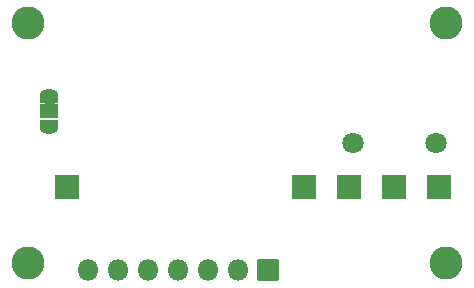
<source format=gbs>
G04 #@! TF.GenerationSoftware,KiCad,Pcbnew,7.0.8*
G04 #@! TF.CreationDate,2023-10-02T15:07:28-07:00*
G04 #@! TF.ProjectId,PCM510xA_I2S_DAC,50434d35-3130-4784-915f-4932535f4441,0.0.2*
G04 #@! TF.SameCoordinates,Original*
G04 #@! TF.FileFunction,Soldermask,Bot*
G04 #@! TF.FilePolarity,Negative*
%FSLAX46Y46*%
G04 Gerber Fmt 4.6, Leading zero omitted, Abs format (unit mm)*
G04 Created by KiCad (PCBNEW 7.0.8) date 2023-10-02 15:07:28*
%MOMM*%
%LPD*%
G01*
G04 APERTURE LIST*
G04 Aperture macros list*
%AMRoundRect*
0 Rectangle with rounded corners*
0 $1 Rounding radius*
0 $2 $3 $4 $5 $6 $7 $8 $9 X,Y pos of 4 corners*
0 Add a 4 corners polygon primitive as box body*
4,1,4,$2,$3,$4,$5,$6,$7,$8,$9,$2,$3,0*
0 Add four circle primitives for the rounded corners*
1,1,$1+$1,$2,$3*
1,1,$1+$1,$4,$5*
1,1,$1+$1,$6,$7*
1,1,$1+$1,$8,$9*
0 Add four rect primitives between the rounded corners*
20,1,$1+$1,$2,$3,$4,$5,0*
20,1,$1+$1,$4,$5,$6,$7,0*
20,1,$1+$1,$6,$7,$8,$9,0*
20,1,$1+$1,$8,$9,$2,$3,0*%
%AMFreePoly0*
4,1,35,0.585921,0.785921,0.600800,0.750000,0.600800,-0.750000,0.585921,-0.785921,0.550000,-0.800800,0.000000,-0.800800,-0.012286,-0.795711,-0.071157,-0.795711,-0.085469,-0.793653,-0.222020,-0.753558,-0.235173,-0.747552,-0.354895,-0.670611,-0.365822,-0.661142,-0.459019,-0.553587,-0.466836,-0.541423,-0.525955,-0.411969,-0.530029,-0.398096,-0.550283,-0.257230,-0.550800,-0.250000,-0.550800,0.250000,
-0.550283,0.257230,-0.530029,0.398096,-0.525955,0.411969,-0.466836,0.541423,-0.459019,0.553587,-0.365822,0.661142,-0.354895,0.670611,-0.235173,0.747552,-0.222020,0.753558,-0.085469,0.793653,-0.071157,0.795711,-0.012286,0.795711,0.000000,0.800800,0.550000,0.800800,0.585921,0.785921,0.585921,0.785921,$1*%
%AMFreePoly1*
4,1,35,0.012286,0.795711,0.071157,0.795711,0.085469,0.793653,0.222020,0.753558,0.235173,0.747552,0.354895,0.670611,0.365822,0.661142,0.459019,0.553587,0.466836,0.541423,0.525955,0.411969,0.530029,0.398096,0.550283,0.257230,0.550800,0.250000,0.550800,-0.250000,0.550283,-0.257230,0.530029,-0.398096,0.525955,-0.411969,0.466836,-0.541423,0.459019,-0.553587,0.365822,-0.661142,
0.354895,-0.670611,0.235173,-0.747552,0.222020,-0.753558,0.085469,-0.793653,0.071157,-0.795711,0.012286,-0.795711,0.000000,-0.800800,-0.550000,-0.800800,-0.585921,-0.785921,-0.600800,-0.750000,-0.600800,0.750000,-0.585921,0.785921,-0.550000,0.800800,0.000000,0.800800,0.012286,0.795711,0.012286,0.795711,$1*%
G04 Aperture macros list end*
%ADD10C,0.100000*%
%ADD11C,2.801600*%
%ADD12RoundRect,0.050800X-0.850000X0.850000X-0.850000X-0.850000X0.850000X-0.850000X0.850000X0.850000X0*%
%ADD13O,1.801600X1.801600*%
%ADD14C,1.801600*%
%ADD15RoundRect,0.050800X1.000000X1.000000X-1.000000X1.000000X-1.000000X-1.000000X1.000000X-1.000000X0*%
%ADD16FreePoly0,270.000000*%
%ADD17RoundRect,0.050800X-0.750000X0.500000X-0.750000X-0.500000X0.750000X-0.500000X0.750000X0.500000X0*%
%ADD18FreePoly1,270.000000*%
G04 APERTURE END LIST*
D10*
X120800000Y-100200000D02*
X121600000Y-100200000D01*
X121600000Y-100900000D01*
X120800000Y-100900000D01*
X120800000Y-100200000D01*
G36*
X120800000Y-100200000D02*
G01*
X121600000Y-100200000D01*
X121600000Y-100900000D01*
X120800000Y-100900000D01*
X120800000Y-100200000D01*
G37*
D11*
X119380000Y-93735129D03*
X119380000Y-114055129D03*
X154813000Y-93735129D03*
D12*
X139700000Y-114665129D03*
D13*
X137160000Y-114665129D03*
X134620000Y-114665129D03*
X132080000Y-114665129D03*
X129540000Y-114665129D03*
X127000000Y-114665129D03*
X124460000Y-114665129D03*
D14*
X153935000Y-103895129D03*
X146935000Y-103895129D03*
D11*
X154813000Y-114055129D03*
D15*
X154178000Y-107578129D03*
D16*
X121200000Y-99900000D03*
D17*
X121200000Y-101200000D03*
D18*
X121200000Y-102500000D03*
D15*
X142748000Y-107578129D03*
X122700000Y-107600000D03*
X150368000Y-107578129D03*
X146558000Y-107578129D03*
M02*

</source>
